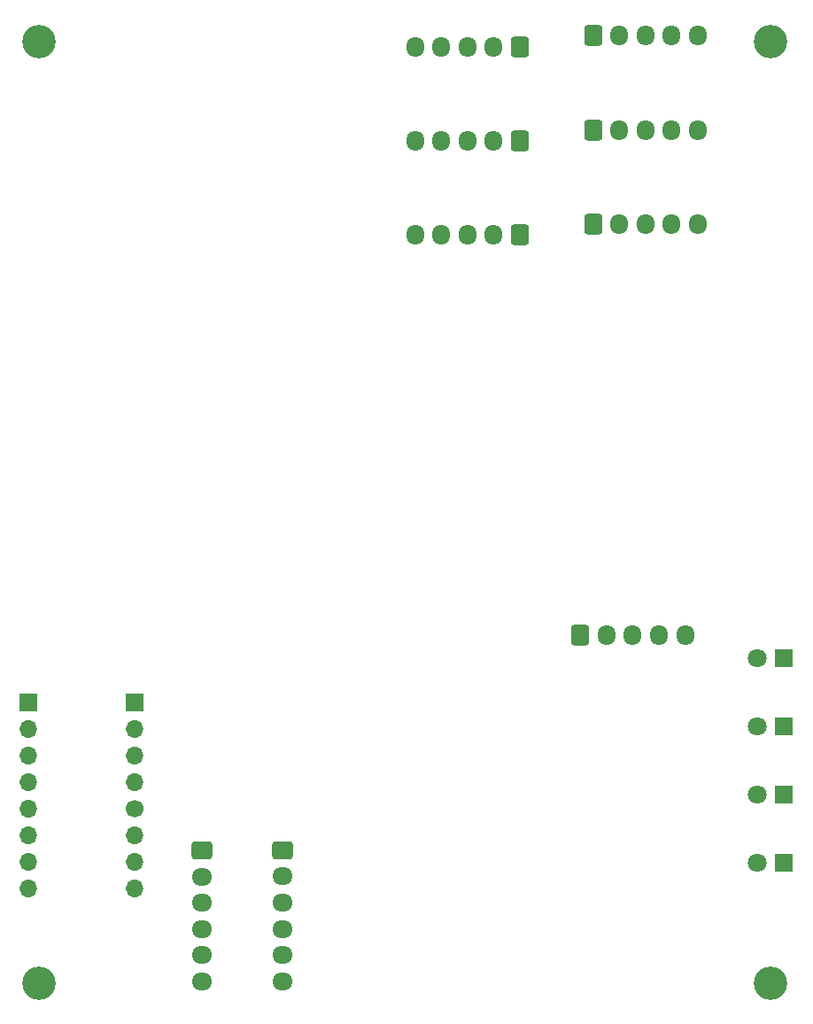
<source format=gbs>
%TF.GenerationSoftware,KiCad,Pcbnew,(6.0.8)*%
%TF.CreationDate,2023-12-15T22:11:56-05:00*%
%TF.ProjectId,main_pcb,6d61696e-5f70-4636-922e-6b696361645f,rev?*%
%TF.SameCoordinates,Original*%
%TF.FileFunction,Soldermask,Bot*%
%TF.FilePolarity,Negative*%
%FSLAX46Y46*%
G04 Gerber Fmt 4.6, Leading zero omitted, Abs format (unit mm)*
G04 Created by KiCad (PCBNEW (6.0.8)) date 2023-12-15 22:11:56*
%MOMM*%
%LPD*%
G01*
G04 APERTURE LIST*
G04 Aperture macros list*
%AMRoundRect*
0 Rectangle with rounded corners*
0 $1 Rounding radius*
0 $2 $3 $4 $5 $6 $7 $8 $9 X,Y pos of 4 corners*
0 Add a 4 corners polygon primitive as box body*
4,1,4,$2,$3,$4,$5,$6,$7,$8,$9,$2,$3,0*
0 Add four circle primitives for the rounded corners*
1,1,$1+$1,$2,$3*
1,1,$1+$1,$4,$5*
1,1,$1+$1,$6,$7*
1,1,$1+$1,$8,$9*
0 Add four rect primitives between the rounded corners*
20,1,$1+$1,$2,$3,$4,$5,0*
20,1,$1+$1,$4,$5,$6,$7,0*
20,1,$1+$1,$6,$7,$8,$9,0*
20,1,$1+$1,$8,$9,$2,$3,0*%
G04 Aperture macros list end*
%ADD10C,3.200000*%
%ADD11R,1.800000X1.800000*%
%ADD12C,1.800000*%
%ADD13RoundRect,0.250000X-0.600000X-0.725000X0.600000X-0.725000X0.600000X0.725000X-0.600000X0.725000X0*%
%ADD14O,1.700000X1.950000*%
%ADD15R,1.700000X1.700000*%
%ADD16O,1.700000X1.700000*%
%ADD17C,1.700000*%
%ADD18RoundRect,0.250000X0.600000X0.725000X-0.600000X0.725000X-0.600000X-0.725000X0.600000X-0.725000X0*%
%ADD19RoundRect,0.250000X-0.725000X0.600000X-0.725000X-0.600000X0.725000X-0.600000X0.725000X0.600000X0*%
%ADD20O,1.950000X1.700000*%
G04 APERTURE END LIST*
D10*
%TO.C,H2*%
X125000000Y-55000000D03*
%TD*%
%TO.C,H4*%
X125000000Y-145000000D03*
%TD*%
D11*
%TO.C,D8*%
X126275000Y-114000000D03*
D12*
X123735000Y-114000000D03*
%TD*%
D13*
%TO.C,J3*%
X108000000Y-72475000D03*
D14*
X110500000Y-72475000D03*
X113000000Y-72475000D03*
X115500000Y-72475000D03*
X118000000Y-72475000D03*
%TD*%
D13*
%TO.C,J1*%
X108000000Y-54475000D03*
D14*
X110500000Y-54475000D03*
X113000000Y-54475000D03*
X115500000Y-54475000D03*
X118000000Y-54475000D03*
%TD*%
D11*
%TO.C,D5*%
X126250000Y-133500000D03*
D12*
X123710000Y-133500000D03*
%TD*%
D15*
%TO.C,U3*%
X54009000Y-118157000D03*
D16*
X54009000Y-120697000D03*
X54009000Y-123237000D03*
X54009000Y-125777000D03*
X54009000Y-128317000D03*
X54009000Y-130857000D03*
X54009000Y-133397000D03*
X54009000Y-135937000D03*
X64169000Y-135937000D03*
X64169000Y-133397000D03*
X64169000Y-130857000D03*
D17*
X64169000Y-128317000D03*
D16*
X64169000Y-125777000D03*
X64169000Y-123237000D03*
X64169000Y-120697000D03*
D15*
X64169000Y-118157000D03*
%TD*%
D11*
%TO.C,D7*%
X126275000Y-120500000D03*
D12*
X123735000Y-120500000D03*
%TD*%
D18*
%TO.C,J4*%
X101000000Y-73525000D03*
D14*
X98500000Y-73525000D03*
X96000000Y-73525000D03*
X93500000Y-73525000D03*
X91000000Y-73525000D03*
%TD*%
D19*
%TO.C,J10*%
X70612000Y-132334000D03*
D20*
X70612000Y-134834000D03*
X70612000Y-137334000D03*
X70612000Y-139834000D03*
X70612000Y-142334000D03*
X70612000Y-144834000D03*
%TD*%
D18*
%TO.C,J5*%
X101000000Y-64525000D03*
D14*
X98500000Y-64525000D03*
X96000000Y-64525000D03*
X93500000Y-64525000D03*
X91000000Y-64525000D03*
%TD*%
D18*
%TO.C,J6*%
X101000000Y-55525000D03*
D14*
X98500000Y-55525000D03*
X96000000Y-55525000D03*
X93500000Y-55525000D03*
X91000000Y-55525000D03*
%TD*%
D13*
%TO.C,J7*%
X106800000Y-111760000D03*
D14*
X109300000Y-111760000D03*
X111800000Y-111760000D03*
X114300000Y-111760000D03*
X116800000Y-111760000D03*
%TD*%
D10*
%TO.C,H1*%
X55000000Y-145000000D03*
%TD*%
D11*
%TO.C,D6*%
X126275000Y-127000000D03*
D12*
X123735000Y-127000000D03*
%TD*%
D13*
%TO.C,J2*%
X108000000Y-63475000D03*
D14*
X110500000Y-63475000D03*
X113000000Y-63475000D03*
X115500000Y-63475000D03*
X118000000Y-63475000D03*
%TD*%
D10*
%TO.C,H3*%
X55000000Y-55000000D03*
%TD*%
D19*
%TO.C,J8*%
X78299800Y-132332400D03*
D20*
X78299800Y-134832400D03*
X78299800Y-137332400D03*
X78299800Y-139832400D03*
X78299800Y-142332400D03*
X78299800Y-144832400D03*
%TD*%
M02*

</source>
